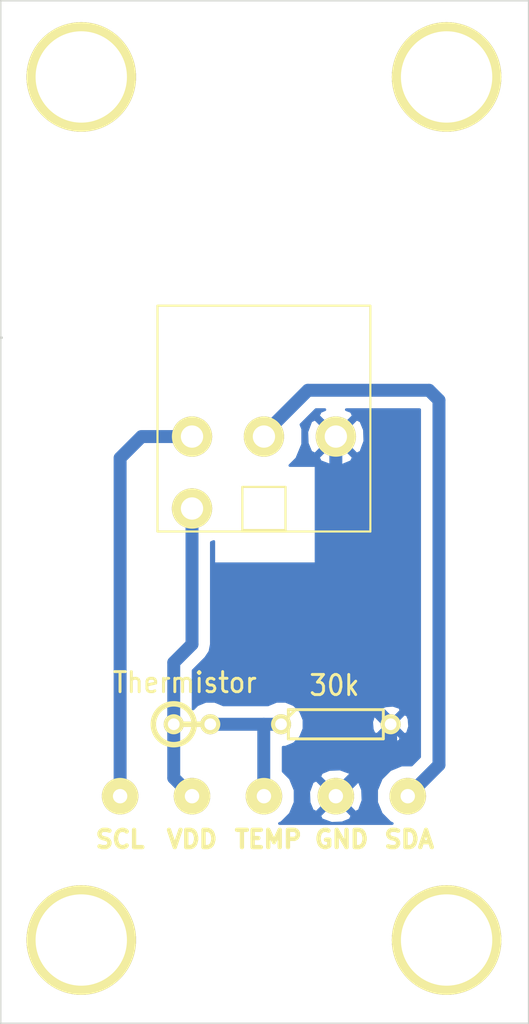
<source format=kicad_pcb>
(kicad_pcb (version 3) (host pcbnew "(2013-07-07 BZR 4022)-stable")

  (general
    (links 8)
    (no_connects 0)
    (area 231.649999 64.649999 268.450001 135.850001)
    (thickness 1.6)
    (drawings 10)
    (tracks 22)
    (zones 0)
    (modules 6)
    (nets 6)
  )

  (page A3)
  (layers
    (15 F.Cu signal)
    (0 B.Cu signal)
    (16 B.Adhes user)
    (17 F.Adhes user)
    (18 B.Paste user)
    (19 F.Paste user)
    (20 B.SilkS user)
    (21 F.SilkS user)
    (22 B.Mask user)
    (23 F.Mask user)
    (24 Dwgs.User user)
    (25 Cmts.User user)
    (26 Eco1.User user)
    (27 Eco2.User user)
    (28 Edge.Cuts user)
  )

  (setup
    (last_trace_width 0.9)
    (trace_clearance 0.254)
    (zone_clearance 0.8)
    (zone_45_only yes)
    (trace_min 0.254)
    (segment_width 0.2)
    (edge_width 0.1)
    (via_size 0.889)
    (via_drill 0.635)
    (via_min_size 0.889)
    (via_min_drill 0.508)
    (uvia_size 0.508)
    (uvia_drill 0.127)
    (uvias_allowed no)
    (uvia_min_size 0.508)
    (uvia_min_drill 0.127)
    (pcb_text_width 0.3)
    (pcb_text_size 1.5 1.5)
    (mod_edge_width 0.15)
    (mod_text_size 1 1)
    (mod_text_width 0.15)
    (pad_size 7.62 7.62)
    (pad_drill 6.35)
    (pad_to_mask_clearance 0)
    (aux_axis_origin 0 0)
    (visible_elements 7FFFFFFF)
    (pcbplotparams
      (layerselection 284196865)
      (usegerberextensions true)
      (excludeedgelayer true)
      (linewidth 0.150000)
      (plotframeref false)
      (viasonmask false)
      (mode 1)
      (useauxorigin false)
      (hpglpennumber 1)
      (hpglpenspeed 20)
      (hpglpendiameter 15)
      (hpglpenoverlay 2)
      (psnegative false)
      (psa4output false)
      (plotreference true)
      (plotvalue true)
      (plotothertext true)
      (plotinvisibletext false)
      (padsonsilk false)
      (subtractmaskfromsilk false)
      (outputformat 1)
      (mirror false)
      (drillshape 0)
      (scaleselection 1)
      (outputdirectory Gerber/))
  )

  (net 0 "")
  (net 1 AIN)
  (net 2 GND)
  (net 3 SCL)
  (net 4 SDA)
  (net 5 VDD)

  (net_class Default "This is the default net class."
    (clearance 0.254)
    (trace_width 0.9)
    (via_dia 0.889)
    (via_drill 0.635)
    (uvia_dia 0.508)
    (uvia_drill 0.127)
    (add_net "")
    (add_net AIN)
    (add_net GND)
    (add_net SCL)
    (add_net SDA)
    (add_net VDD)
  )

  (net_class Pour ""
    (clearance 0.5)
    (trace_width 0.8)
    (via_dia 0.889)
    (via_drill 0.635)
    (uvia_dia 0.508)
    (uvia_drill 0.127)
  )

  (module R3 (layer F.Cu) (tedit 55D25CC7) (tstamp 55B954E1)
    (at 255 115)
    (descr "Resitance 3 pas")
    (tags R)
    (path /55B950AE)
    (autoplace_cost180 10)
    (fp_text reference R2 (at 0 0.127) (layer F.SilkS) hide
      (effects (font (size 1.397 1.27) (thickness 0.2032)))
    )
    (fp_text value 30k (at -0.1 -2.7) (layer F.SilkS)
      (effects (font (size 1.397 1.27) (thickness 0.2032)))
    )
    (fp_line (start -3.81 0) (end -3.302 0) (layer F.SilkS) (width 0.2032))
    (fp_line (start 3.81 0) (end 3.302 0) (layer F.SilkS) (width 0.2032))
    (fp_line (start 3.302 0) (end 3.302 -1.016) (layer F.SilkS) (width 0.2032))
    (fp_line (start 3.302 -1.016) (end -3.302 -1.016) (layer F.SilkS) (width 0.2032))
    (fp_line (start -3.302 -1.016) (end -3.302 1.016) (layer F.SilkS) (width 0.2032))
    (fp_line (start -3.302 1.016) (end 3.302 1.016) (layer F.SilkS) (width 0.2032))
    (fp_line (start 3.302 1.016) (end 3.302 0) (layer F.SilkS) (width 0.2032))
    (fp_line (start -3.302 -0.508) (end -2.794 -1.016) (layer F.SilkS) (width 0.2032))
    (pad 1 thru_hole circle (at -3.81 0) (size 1.397 1.397) (drill 0.8128)
      (layers *.Cu *.Mask F.SilkS)
      (net 1 AIN)
    )
    (pad 2 thru_hole circle (at 3.81 0) (size 1.397 1.397) (drill 0.8128)
      (layers *.Cu *.Mask F.SilkS)
      (net 2 GND)
    )
    (model discret/resistor.wrl
      (at (xyz 0 0 0))
      (scale (xyz 0.3 0.3 0.3))
      (rotate (xyz 0 0 0))
    )
  )

  (module R1 (layer F.Cu) (tedit 55D25CDB) (tstamp 55B954E9)
    (at 245 115)
    (descr "Resistance verticale")
    (tags R)
    (path /55B950A1)
    (autoplace_cost90 10)
    (autoplace_cost180 10)
    (fp_text reference R1 (at -1.016 2.54) (layer F.SilkS) hide
      (effects (font (size 1.397 1.27) (thickness 0.2032)))
    )
    (fp_text value Thermistor (at -0.5 -2.9) (layer F.SilkS)
      (effects (font (size 1.397 1.27) (thickness 0.2032)))
    )
    (fp_line (start -1.27 0) (end 1.27 0) (layer F.SilkS) (width 0.381))
    (fp_circle (center -1.27 0) (end -0.635 1.27) (layer F.SilkS) (width 0.381))
    (pad 1 thru_hole circle (at -1.27 0) (size 1.397 1.397) (drill 0.8128)
      (layers *.Cu *.Mask F.SilkS)
      (net 5 VDD)
    )
    (pad 2 thru_hole circle (at 1.27 0) (size 1.397 1.397) (drill 0.8128)
      (layers *.Cu *.Mask F.SilkS)
      (net 1 AIN)
    )
    (model discret/verti_resistor.wrl
      (at (xyz 0 0 0))
      (scale (xyz 1 1 1))
      (rotate (xyz 0 0 0))
    )
  )

  (module bolt_conn_host_single_supply (layer F.Cu) (tedit 55D25C9E) (tstamp 55B95EF0)
    (at 250 100)
    (path /55AD3B7B)
    (clearance 1.2)
    (fp_text reference P1 (at 0 -12) (layer F.SilkS) hide
      (effects (font (size 1 1) (thickness 0.15)))
    )
    (fp_text value BOLT_CONN_SINGLE_SUPP (at 0 -10) (layer F.SilkS) hide
      (effects (font (size 1 1) (thickness 0.15)))
    )
    (fp_line (start -7.4 1.5) (end -7.4 1.6) (layer F.SilkS) (width 0.15))
    (fp_line (start 7.4 1.4) (end 7.4 1.6) (layer F.SilkS) (width 0.15))
    (fp_line (start -7.4 1.6) (end 7.4 1.6) (layer F.SilkS) (width 0.15))
    (fp_line (start -7.4 -14.1) (end 7.4 -14.1) (layer F.SilkS) (width 0.15))
    (fp_line (start 7.4 -14.09) (end 7.4 1.48) (layer F.SilkS) (width 0.15))
    (fp_line (start -7.4 1.48) (end -7.4 -14.09) (layer F.SilkS) (width 0.15))
    (fp_line (start -1.5 -1.5) (end 1.5 -1.5) (layer F.SilkS) (width 0.15))
    (fp_line (start 1.5 -1.5) (end 1.5 1.5) (layer F.SilkS) (width 0.15))
    (fp_line (start 1.5 1.5) (end -1.5 1.5) (layer F.SilkS) (width 0.15))
    (fp_line (start -1.5 1.5) (end -1.5 -1.5) (layer F.SilkS) (width 0.15))
    (fp_line (start -1.5 -1.5) (end -1.5 -1) (layer F.SilkS) (width 0.15))
    (pad 4 thru_hole circle (at 0 -5) (size 2.8 2.8) (drill 1.55)
      (layers *.Cu F.SilkS F.Mask)
      (net 4 SDA)
    )
    (pad 2 thru_hole circle (at 5 -5) (size 2.8 2.8) (drill 1.55)
      (layers *.Cu F.SilkS F.Mask)
      (net 2 GND)
    )
    (pad 3 thru_hole circle (at -5 -5) (size 2.8 2.8) (drill 1.55)
      (layers *.Cu F.SilkS F.Mask)
      (net 3 SCL)
    )
    (pad 1 thru_hole circle (at -5 0) (size 2.8 2.8) (drill 1.55)
      (layers *.Cu F.SilkS F.Mask)
      (net 5 VDD)
    )
  )

  (module HCONN (layer F.Cu) (tedit 55D25CBF) (tstamp 55B957F3)
    (at 250 120)
    (path /55B95542)
    (fp_text reference HCONN1 (at 0 -3.6) (layer F.SilkS) hide
      (effects (font (size 1 1) (thickness 0.15)))
    )
    (fp_text value HOST_CONN (at 0 -5.7) (layer F.SilkS) hide
      (effects (font (size 1 1) (thickness 0.15)))
    )
    (pad 3 thru_hole circle (at -10 0) (size 2.54 2.54) (drill 1)
      (layers *.Cu *.Mask F.SilkS)
      (net 3 SCL)
    )
    (pad 1 thru_hole circle (at -5 0) (size 2.54 2.54) (drill 1)
      (layers *.Cu *.Mask F.SilkS)
      (net 5 VDD)
    )
    (pad 5 thru_hole circle (at 0 0) (size 2.54 2.54) (drill 1)
      (layers *.Cu *.Mask F.SilkS)
      (net 1 AIN)
    )
    (pad 2 thru_hole circle (at 5 0) (size 2.54 2.54) (drill 1)
      (layers *.Cu *.Mask F.SilkS)
      (net 2 GND)
    )
    (pad 4 thru_hole circle (at 10 0) (size 2.54 2.54) (drill 1)
      (layers *.Cu *.Mask F.SilkS)
      (net 4 SDA)
    )
  )

  (module CALIB_MOUNT_HOLES (layer F.Cu) (tedit 55D25DCC) (tstamp 55B95BA5)
    (at 250 130)
    (clearance 2)
    (fp_text reference CALIB_MOUNT_HOLES (at 0 0) (layer F.SilkS) hide
      (effects (font (size 1 1) (thickness 0.15)))
    )
    (fp_text value VAL** (at 0 0) (layer F.SilkS) hide
      (effects (font (size 1 1) (thickness 0.15)))
    )
    (pad "" np_thru_hole circle (at -12.7 0) (size 7.62 7.62) (drill 6.35)
      (layers *.Cu *.Mask F.SilkS)
      (clearance 3)
    )
    (pad "" np_thru_hole circle (at 12.7 0) (size 7.62 7.62) (drill 6.35)
      (layers *.Cu *.Mask F.SilkS)
      (solder_paste_margin -7.62)
      (clearance 3)
    )
  )

  (module CALIB_MOUNT_HOLES (layer F.Cu) (tedit 55D25DC3) (tstamp 55D25BCD)
    (at 250 70)
    (fp_text reference CALIB_MOUNT_HOLES (at 0 0) (layer F.SilkS) hide
      (effects (font (size 1 1) (thickness 0.15)))
    )
    (fp_text value VAL** (at 0 0) (layer F.SilkS) hide
      (effects (font (size 1 1) (thickness 0.15)))
    )
    (pad "" np_thru_hole circle (at -12.7 0) (size 7.62 7.62) (drill 6.35)
      (layers *.Cu *.Mask F.SilkS)
      (clearance 1.27)
    )
    (pad "" np_thru_hole circle (at 12.7 0) (size 7.62 7.62) (drill 6.35)
      (layers *.Cu *.Mask F.SilkS)
      (solder_paste_margin -7.62)
      (clearance 1.27)
    )
  )

  (gr_text SDA (at 260.1 123) (layer F.SilkS)
    (effects (font (size 1.2 1.2) (thickness 0.3)))
  )
  (gr_text GND (at 255.4 123) (layer F.SilkS)
    (effects (font (size 1.2 1.2) (thickness 0.3)))
  )
  (gr_text TEMP (at 250.3 123) (layer F.SilkS)
    (effects (font (size 1.2 1.2) (thickness 0.3)))
  )
  (gr_text VDD (at 245 123) (layer F.SilkS)
    (effects (font (size 1.2 1.2) (thickness 0.3)))
  )
  (gr_text SCL (at 240 123) (layer F.SilkS)
    (effects (font (size 1.2 1.2) (thickness 0.3)))
  )
  (gr_line (start 268.4 64.7) (end 268.4 135.8) (angle 90) (layer Edge.Cuts) (width 0.1))
  (gr_line (start 231.7 64.7) (end 268.4 64.7) (angle 90) (layer Edge.Cuts) (width 0.1))
  (gr_line (start 231.7 135.8) (end 231.7 64.7) (angle 90) (layer Edge.Cuts) (width 0.1))
  (gr_line (start 231.8 88.09) (end 231.8 88.16) (angle 90) (layer Edge.Cuts) (width 0.1))
  (gr_line (start 231.75 135.79) (end 268.35 135.79) (angle 90) (layer Edge.Cuts) (width 0.1))

  (segment (start 249.99 115) (end 249.99 119.99) (width 0.9) (layer B.Cu) (net 1))
  (segment (start 249.99 119.99) (end 250 120) (width 0.9) (layer B.Cu) (net 1) (tstamp 55B95DE7))
  (segment (start 246.27 115) (end 249.99 115) (width 0.9) (layer B.Cu) (net 1))
  (segment (start 249.99 115) (end 251.19 115) (width 0.9) (layer B.Cu) (net 1) (tstamp 55B95DE5))
  (segment (start 258.81 115) (end 258.81 116.19) (width 0.9) (layer B.Cu) (net 2))
  (segment (start 258.81 116.19) (end 255 120) (width 0.9) (layer B.Cu) (net 2) (tstamp 55B960F6))
  (segment (start 255 95) (end 255 111.19) (width 0.9) (layer B.Cu) (net 2))
  (segment (start 255 111.19) (end 258.81 115) (width 0.9) (layer B.Cu) (net 2) (tstamp 55B95DD7))
  (segment (start 245 95) (end 241.49 95) (width 0.9) (layer B.Cu) (net 3))
  (segment (start 241.49 95) (end 240 96.49) (width 0.9) (layer B.Cu) (net 3) (tstamp 55B957FD))
  (segment (start 240 96.49) (end 240 120) (width 0.9) (layer B.Cu) (net 3) (tstamp 55B957FE))
  (segment (start 250 95) (end 250 94.84) (width 0.9) (layer B.Cu) (net 4))
  (segment (start 262.17 117.83) (end 260 120) (width 0.9) (layer B.Cu) (net 4) (tstamp 55B95DFC))
  (segment (start 262.17 92.47) (end 262.17 117.83) (width 0.9) (layer B.Cu) (net 4) (tstamp 55B95DF9))
  (segment (start 261.48 91.78) (end 262.17 92.47) (width 0.9) (layer B.Cu) (net 4) (tstamp 55B95DF7))
  (segment (start 253.06 91.78) (end 261.48 91.78) (width 0.9) (layer B.Cu) (net 4) (tstamp 55B95DF2))
  (segment (start 250 94.84) (end 253.06 91.78) (width 0.9) (layer B.Cu) (net 4) (tstamp 55B95DEE))
  (segment (start 243.73 115) (end 243.73 118.73) (width 0.9) (layer B.Cu) (net 5))
  (segment (start 243.73 118.73) (end 245 120) (width 0.9) (layer B.Cu) (net 5) (tstamp 55B95DEA))
  (segment (start 245 100) (end 245 109.44) (width 0.9) (layer B.Cu) (net 5))
  (segment (start 243.73 110.71) (end 243.73 115) (width 0.9) (layer B.Cu) (net 5) (tstamp 55B95DC7))
  (segment (start 245 109.44) (end 243.73 110.71) (width 0.9) (layer B.Cu) (net 5) (tstamp 55B95DC1))

  (zone (net 0) (net_name "") (layer B.Cu) (tstamp 55B95FE3) (hatch edge 0.508)
    (connect_pads (clearance 0.5))
    (min_thickness 0.2)
    (keepout (tracks not_allowed) (vias not_allowed) (copperpour not_allowed))
    (fill (arc_segments 16) (thermal_gap 0.508) (thermal_bridge_width 0.508))
    (polygon
      (pts
        (xy 246.91 97.11) (xy 253.53 97.11) (xy 253.53 103.75) (xy 246.61 103.75) (xy 246.61 97.19)
        (xy 246.72 97.19)
      )
    )
  )
  (zone (net 2) (net_name GND) (layer B.Cu) (tstamp 55D25C47) (hatch edge 0.508)
    (connect_pads (clearance 0.8))
    (min_thickness 0.2)
    (fill (arc_segments 16) (thermal_gap 0.508) (thermal_bridge_width 0.508))
    (polygon
      (pts
        (xy 231.9 75.3) (xy 268.3 75.3) (xy 268.3 122) (xy 231.8 122) (xy 231.8 75.3)
        (xy 231.9 75.3)
      )
    )
    (filled_polygon
      (pts
        (xy 260.82 117.270812) (xy 260.260584 117.830227) (xy 260.132554 117.830115) (xy 260.132554 115.159141) (xy 260.092782 114.640908)
        (xy 259.97098 114.346853) (xy 259.746211 114.281577) (xy 259.528423 114.499365) (xy 259.528423 114.063789) (xy 259.463147 113.83902)
        (xy 258.969141 113.677446) (xy 258.450908 113.717218) (xy 258.156853 113.83902) (xy 258.091577 114.063789) (xy 258.81 114.782211)
        (xy 259.528423 114.063789) (xy 259.528423 114.499365) (xy 259.027789 115) (xy 259.746211 115.718423) (xy 259.97098 115.653147)
        (xy 260.132554 115.159141) (xy 260.132554 117.830115) (xy 259.570254 117.829625) (xy 259.528423 117.846909) (xy 259.528423 115.936211)
        (xy 258.81 115.217789) (xy 258.592211 115.435577) (xy 258.592211 115) (xy 257.873789 114.281577) (xy 257.64902 114.346853)
        (xy 257.487446 114.840859) (xy 257.527218 115.359092) (xy 257.64902 115.653147) (xy 257.873789 115.718423) (xy 258.592211 115)
        (xy 258.592211 115.435577) (xy 258.091577 115.936211) (xy 258.156853 116.16098) (xy 258.650859 116.322554) (xy 259.169092 116.282782)
        (xy 259.463147 116.16098) (xy 259.528423 115.936211) (xy 259.528423 117.846909) (xy 258.7724 118.159292) (xy 258.161437 118.769189)
        (xy 257.830378 119.566467) (xy 257.829625 120.429746) (xy 258.159292 121.2276) (xy 258.769189 121.838563) (xy 258.917145 121.9)
        (xy 257.02108 121.9) (xy 257.02108 95.326842) (xy 256.992312 94.528529) (xy 256.742158 93.924603) (xy 256.44467 93.773119)
        (xy 255.217789 95) (xy 256.44467 96.226881) (xy 256.742158 96.075397) (xy 257.02108 95.326842) (xy 257.02108 121.9)
        (xy 256.891805 121.9) (xy 256.891805 120.295807) (xy 256.861 119.549328) (xy 256.6346 119.002748) (xy 256.350611 118.867178)
        (xy 256.226881 118.990908) (xy 256.226881 96.44467) (xy 255 95.217789) (xy 254.782211 95.435578) (xy 254.782211 95)
        (xy 253.55533 93.773119) (xy 253.257842 93.924603) (xy 252.97892 94.673158) (xy 253.007688 95.471471) (xy 253.257842 96.075397)
        (xy 253.55533 96.226881) (xy 254.782211 95) (xy 254.782211 95.435578) (xy 253.773119 96.44467) (xy 253.924603 96.742158)
        (xy 254.673158 97.02108) (xy 255.471471 96.992312) (xy 256.075397 96.742158) (xy 256.226881 96.44467) (xy 256.226881 118.990908)
        (xy 256.132822 119.084967) (xy 256.132822 118.649389) (xy 255.997252 118.3654) (xy 255.295807 118.108195) (xy 254.549328 118.139)
        (xy 254.002748 118.3654) (xy 253.867178 118.649389) (xy 255 119.782211) (xy 256.132822 118.649389) (xy 256.132822 119.084967)
        (xy 255.217789 120) (xy 256.350611 121.132822) (xy 256.6346 120.997252) (xy 256.891805 120.295807) (xy 256.891805 121.9)
        (xy 256.132822 121.9) (xy 256.132822 121.350611) (xy 255 120.217789) (xy 254.782211 120.435578) (xy 254.782211 120)
        (xy 253.649389 118.867178) (xy 253.3654 119.002748) (xy 253.108195 119.704193) (xy 253.139 120.450672) (xy 253.3654 120.997252)
        (xy 253.649389 121.132822) (xy 254.782211 120) (xy 254.782211 120.435578) (xy 253.867178 121.350611) (xy 254.002748 121.6346)
        (xy 254.704193 121.891805) (xy 255.450672 121.861) (xy 255.997252 121.6346) (xy 256.132822 121.350611) (xy 256.132822 121.9)
        (xy 251.084102 121.9) (xy 251.2276 121.840708) (xy 251.838563 121.230811) (xy 252.169622 120.433533) (xy 252.170375 119.570254)
        (xy 251.840708 118.7724) (xy 251.34 118.270816) (xy 251.34 116.59863) (xy 251.506566 116.598776) (xy 252.094294 116.355932)
        (xy 252.544352 115.906659) (xy 252.788221 115.319356) (xy 252.788776 114.683434) (xy 252.545932 114.095706) (xy 252.096659 113.645648)
        (xy 251.509356 113.401779) (xy 250.873434 113.401224) (xy 250.285706 113.644068) (xy 250.279763 113.65) (xy 249.99 113.65)
        (xy 247.181003 113.65) (xy 247.176659 113.645648) (xy 246.589356 113.401779) (xy 245.953434 113.401224) (xy 245.365706 113.644068)
        (xy 245.08 113.929275) (xy 245.08 111.269188) (xy 245.954594 110.394594) (xy 246.247237 109.956623) (xy 246.247237 109.956622)
        (xy 246.35 109.44) (xy 246.35 102.363595) (xy 246.51 102.297484) (xy 246.51 103.85) (xy 253.63 103.85)
        (xy 253.63 97.01) (xy 251.808201 97.01) (xy 252.287614 96.531424) (xy 252.69953 95.539419) (xy 252.700468 94.465293)
        (xy 252.578669 94.170518) (xy 253.619188 93.13) (xy 254.233241 93.13) (xy 253.924603 93.257842) (xy 253.773119 93.55533)
        (xy 255 94.782211) (xy 256.226881 93.55533) (xy 256.075397 93.257842) (xy 255.732301 93.13) (xy 260.82 93.13)
        (xy 260.82 117.270812)
      )
    )
  )
)

</source>
